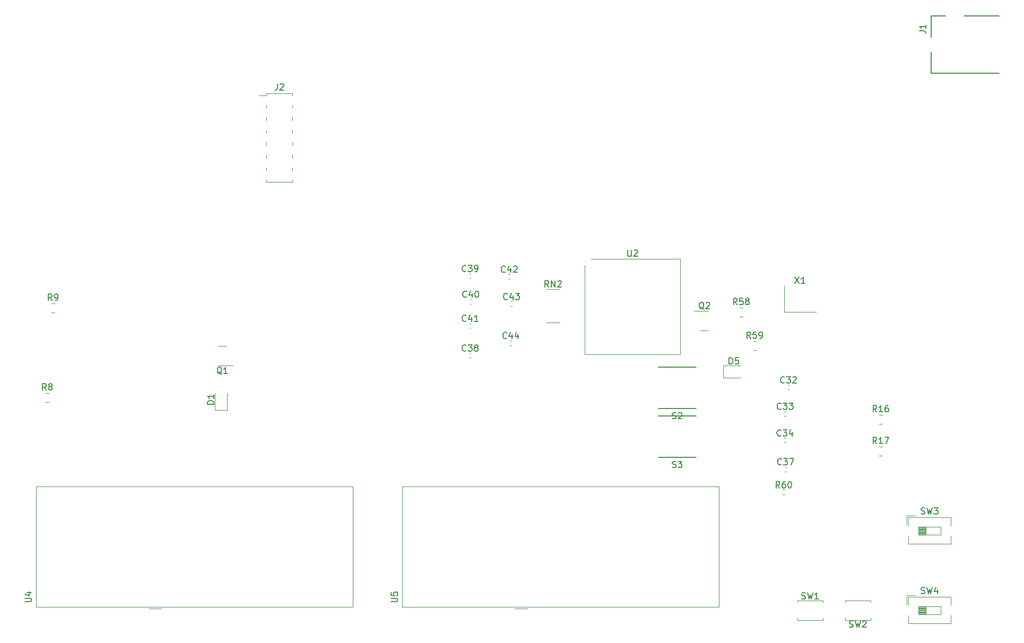
<source format=gbr>
%TF.GenerationSoftware,KiCad,Pcbnew,7.0.2*%
%TF.CreationDate,2023-07-10T01:25:34+02:00*%
%TF.ProjectId,FPGA_V2,46504741-5f56-4322-9e6b-696361645f70,rev?*%
%TF.SameCoordinates,Original*%
%TF.FileFunction,Legend,Top*%
%TF.FilePolarity,Positive*%
%FSLAX46Y46*%
G04 Gerber Fmt 4.6, Leading zero omitted, Abs format (unit mm)*
G04 Created by KiCad (PCBNEW 7.0.2) date 2023-07-10 01:25:34*
%MOMM*%
%LPD*%
G01*
G04 APERTURE LIST*
%ADD10C,0.150000*%
%ADD11C,0.120000*%
%ADD12C,0.200000*%
G04 APERTURE END LIST*
D10*
%TO.C,C38*%
X90317142Y-75407380D02*
X90269523Y-75455000D01*
X90269523Y-75455000D02*
X90126666Y-75502619D01*
X90126666Y-75502619D02*
X90031428Y-75502619D01*
X90031428Y-75502619D02*
X89888571Y-75455000D01*
X89888571Y-75455000D02*
X89793333Y-75359761D01*
X89793333Y-75359761D02*
X89745714Y-75264523D01*
X89745714Y-75264523D02*
X89698095Y-75074047D01*
X89698095Y-75074047D02*
X89698095Y-74931190D01*
X89698095Y-74931190D02*
X89745714Y-74740714D01*
X89745714Y-74740714D02*
X89793333Y-74645476D01*
X89793333Y-74645476D02*
X89888571Y-74550238D01*
X89888571Y-74550238D02*
X90031428Y-74502619D01*
X90031428Y-74502619D02*
X90126666Y-74502619D01*
X90126666Y-74502619D02*
X90269523Y-74550238D01*
X90269523Y-74550238D02*
X90317142Y-74597857D01*
X90650476Y-74502619D02*
X91269523Y-74502619D01*
X91269523Y-74502619D02*
X90936190Y-74883571D01*
X90936190Y-74883571D02*
X91079047Y-74883571D01*
X91079047Y-74883571D02*
X91174285Y-74931190D01*
X91174285Y-74931190D02*
X91221904Y-74978809D01*
X91221904Y-74978809D02*
X91269523Y-75074047D01*
X91269523Y-75074047D02*
X91269523Y-75312142D01*
X91269523Y-75312142D02*
X91221904Y-75407380D01*
X91221904Y-75407380D02*
X91174285Y-75455000D01*
X91174285Y-75455000D02*
X91079047Y-75502619D01*
X91079047Y-75502619D02*
X90793333Y-75502619D01*
X90793333Y-75502619D02*
X90698095Y-75455000D01*
X90698095Y-75455000D02*
X90650476Y-75407380D01*
X91840952Y-74931190D02*
X91745714Y-74883571D01*
X91745714Y-74883571D02*
X91698095Y-74835952D01*
X91698095Y-74835952D02*
X91650476Y-74740714D01*
X91650476Y-74740714D02*
X91650476Y-74693095D01*
X91650476Y-74693095D02*
X91698095Y-74597857D01*
X91698095Y-74597857D02*
X91745714Y-74550238D01*
X91745714Y-74550238D02*
X91840952Y-74502619D01*
X91840952Y-74502619D02*
X92031428Y-74502619D01*
X92031428Y-74502619D02*
X92126666Y-74550238D01*
X92126666Y-74550238D02*
X92174285Y-74597857D01*
X92174285Y-74597857D02*
X92221904Y-74693095D01*
X92221904Y-74693095D02*
X92221904Y-74740714D01*
X92221904Y-74740714D02*
X92174285Y-74835952D01*
X92174285Y-74835952D02*
X92126666Y-74883571D01*
X92126666Y-74883571D02*
X92031428Y-74931190D01*
X92031428Y-74931190D02*
X91840952Y-74931190D01*
X91840952Y-74931190D02*
X91745714Y-74978809D01*
X91745714Y-74978809D02*
X91698095Y-75026428D01*
X91698095Y-75026428D02*
X91650476Y-75121666D01*
X91650476Y-75121666D02*
X91650476Y-75312142D01*
X91650476Y-75312142D02*
X91698095Y-75407380D01*
X91698095Y-75407380D02*
X91745714Y-75455000D01*
X91745714Y-75455000D02*
X91840952Y-75502619D01*
X91840952Y-75502619D02*
X92031428Y-75502619D01*
X92031428Y-75502619D02*
X92126666Y-75455000D01*
X92126666Y-75455000D02*
X92174285Y-75407380D01*
X92174285Y-75407380D02*
X92221904Y-75312142D01*
X92221904Y-75312142D02*
X92221904Y-75121666D01*
X92221904Y-75121666D02*
X92174285Y-75026428D01*
X92174285Y-75026428D02*
X92126666Y-74978809D01*
X92126666Y-74978809D02*
X92031428Y-74931190D01*
%TO.C,U5*%
X78372619Y-115501904D02*
X79182142Y-115501904D01*
X79182142Y-115501904D02*
X79277380Y-115454285D01*
X79277380Y-115454285D02*
X79325000Y-115406666D01*
X79325000Y-115406666D02*
X79372619Y-115311428D01*
X79372619Y-115311428D02*
X79372619Y-115120952D01*
X79372619Y-115120952D02*
X79325000Y-115025714D01*
X79325000Y-115025714D02*
X79277380Y-114978095D01*
X79277380Y-114978095D02*
X79182142Y-114930476D01*
X79182142Y-114930476D02*
X78372619Y-114930476D01*
X78372619Y-113978095D02*
X78372619Y-114454285D01*
X78372619Y-114454285D02*
X78848809Y-114501904D01*
X78848809Y-114501904D02*
X78801190Y-114454285D01*
X78801190Y-114454285D02*
X78753571Y-114359047D01*
X78753571Y-114359047D02*
X78753571Y-114120952D01*
X78753571Y-114120952D02*
X78801190Y-114025714D01*
X78801190Y-114025714D02*
X78848809Y-113978095D01*
X78848809Y-113978095D02*
X78944047Y-113930476D01*
X78944047Y-113930476D02*
X79182142Y-113930476D01*
X79182142Y-113930476D02*
X79277380Y-113978095D01*
X79277380Y-113978095D02*
X79325000Y-114025714D01*
X79325000Y-114025714D02*
X79372619Y-114120952D01*
X79372619Y-114120952D02*
X79372619Y-114359047D01*
X79372619Y-114359047D02*
X79325000Y-114454285D01*
X79325000Y-114454285D02*
X79277380Y-114501904D01*
%TO.C,C33*%
X140580642Y-84684480D02*
X140533023Y-84732100D01*
X140533023Y-84732100D02*
X140390166Y-84779719D01*
X140390166Y-84779719D02*
X140294928Y-84779719D01*
X140294928Y-84779719D02*
X140152071Y-84732100D01*
X140152071Y-84732100D02*
X140056833Y-84636861D01*
X140056833Y-84636861D02*
X140009214Y-84541623D01*
X140009214Y-84541623D02*
X139961595Y-84351147D01*
X139961595Y-84351147D02*
X139961595Y-84208290D01*
X139961595Y-84208290D02*
X140009214Y-84017814D01*
X140009214Y-84017814D02*
X140056833Y-83922576D01*
X140056833Y-83922576D02*
X140152071Y-83827338D01*
X140152071Y-83827338D02*
X140294928Y-83779719D01*
X140294928Y-83779719D02*
X140390166Y-83779719D01*
X140390166Y-83779719D02*
X140533023Y-83827338D01*
X140533023Y-83827338D02*
X140580642Y-83874957D01*
X140913976Y-83779719D02*
X141533023Y-83779719D01*
X141533023Y-83779719D02*
X141199690Y-84160671D01*
X141199690Y-84160671D02*
X141342547Y-84160671D01*
X141342547Y-84160671D02*
X141437785Y-84208290D01*
X141437785Y-84208290D02*
X141485404Y-84255909D01*
X141485404Y-84255909D02*
X141533023Y-84351147D01*
X141533023Y-84351147D02*
X141533023Y-84589242D01*
X141533023Y-84589242D02*
X141485404Y-84684480D01*
X141485404Y-84684480D02*
X141437785Y-84732100D01*
X141437785Y-84732100D02*
X141342547Y-84779719D01*
X141342547Y-84779719D02*
X141056833Y-84779719D01*
X141056833Y-84779719D02*
X140961595Y-84732100D01*
X140961595Y-84732100D02*
X140913976Y-84684480D01*
X141866357Y-83779719D02*
X142485404Y-83779719D01*
X142485404Y-83779719D02*
X142152071Y-84160671D01*
X142152071Y-84160671D02*
X142294928Y-84160671D01*
X142294928Y-84160671D02*
X142390166Y-84208290D01*
X142390166Y-84208290D02*
X142437785Y-84255909D01*
X142437785Y-84255909D02*
X142485404Y-84351147D01*
X142485404Y-84351147D02*
X142485404Y-84589242D01*
X142485404Y-84589242D02*
X142437785Y-84684480D01*
X142437785Y-84684480D02*
X142390166Y-84732100D01*
X142390166Y-84732100D02*
X142294928Y-84779719D01*
X142294928Y-84779719D02*
X142009214Y-84779719D01*
X142009214Y-84779719D02*
X141913976Y-84732100D01*
X141913976Y-84732100D02*
X141866357Y-84684480D01*
%TO.C,RN2*%
X103499523Y-65252619D02*
X103166190Y-64776428D01*
X102928095Y-65252619D02*
X102928095Y-64252619D01*
X102928095Y-64252619D02*
X103309047Y-64252619D01*
X103309047Y-64252619D02*
X103404285Y-64300238D01*
X103404285Y-64300238D02*
X103451904Y-64347857D01*
X103451904Y-64347857D02*
X103499523Y-64443095D01*
X103499523Y-64443095D02*
X103499523Y-64585952D01*
X103499523Y-64585952D02*
X103451904Y-64681190D01*
X103451904Y-64681190D02*
X103404285Y-64728809D01*
X103404285Y-64728809D02*
X103309047Y-64776428D01*
X103309047Y-64776428D02*
X102928095Y-64776428D01*
X103928095Y-65252619D02*
X103928095Y-64252619D01*
X103928095Y-64252619D02*
X104499523Y-65252619D01*
X104499523Y-65252619D02*
X104499523Y-64252619D01*
X104928095Y-64347857D02*
X104975714Y-64300238D01*
X104975714Y-64300238D02*
X105070952Y-64252619D01*
X105070952Y-64252619D02*
X105309047Y-64252619D01*
X105309047Y-64252619D02*
X105404285Y-64300238D01*
X105404285Y-64300238D02*
X105451904Y-64347857D01*
X105451904Y-64347857D02*
X105499523Y-64443095D01*
X105499523Y-64443095D02*
X105499523Y-64538333D01*
X105499523Y-64538333D02*
X105451904Y-64681190D01*
X105451904Y-64681190D02*
X104880476Y-65252619D01*
X104880476Y-65252619D02*
X105499523Y-65252619D01*
%TO.C,C40*%
X90411142Y-66808480D02*
X90363523Y-66856100D01*
X90363523Y-66856100D02*
X90220666Y-66903719D01*
X90220666Y-66903719D02*
X90125428Y-66903719D01*
X90125428Y-66903719D02*
X89982571Y-66856100D01*
X89982571Y-66856100D02*
X89887333Y-66760861D01*
X89887333Y-66760861D02*
X89839714Y-66665623D01*
X89839714Y-66665623D02*
X89792095Y-66475147D01*
X89792095Y-66475147D02*
X89792095Y-66332290D01*
X89792095Y-66332290D02*
X89839714Y-66141814D01*
X89839714Y-66141814D02*
X89887333Y-66046576D01*
X89887333Y-66046576D02*
X89982571Y-65951338D01*
X89982571Y-65951338D02*
X90125428Y-65903719D01*
X90125428Y-65903719D02*
X90220666Y-65903719D01*
X90220666Y-65903719D02*
X90363523Y-65951338D01*
X90363523Y-65951338D02*
X90411142Y-65998957D01*
X91268285Y-66237052D02*
X91268285Y-66903719D01*
X91030190Y-65856100D02*
X90792095Y-66570385D01*
X90792095Y-66570385D02*
X91411142Y-66570385D01*
X91982571Y-65903719D02*
X92077809Y-65903719D01*
X92077809Y-65903719D02*
X92173047Y-65951338D01*
X92173047Y-65951338D02*
X92220666Y-65998957D01*
X92220666Y-65998957D02*
X92268285Y-66094195D01*
X92268285Y-66094195D02*
X92315904Y-66284671D01*
X92315904Y-66284671D02*
X92315904Y-66522766D01*
X92315904Y-66522766D02*
X92268285Y-66713242D01*
X92268285Y-66713242D02*
X92220666Y-66808480D01*
X92220666Y-66808480D02*
X92173047Y-66856100D01*
X92173047Y-66856100D02*
X92077809Y-66903719D01*
X92077809Y-66903719D02*
X91982571Y-66903719D01*
X91982571Y-66903719D02*
X91887333Y-66856100D01*
X91887333Y-66856100D02*
X91839714Y-66808480D01*
X91839714Y-66808480D02*
X91792095Y-66713242D01*
X91792095Y-66713242D02*
X91744476Y-66522766D01*
X91744476Y-66522766D02*
X91744476Y-66284671D01*
X91744476Y-66284671D02*
X91792095Y-66094195D01*
X91792095Y-66094195D02*
X91839714Y-65998957D01*
X91839714Y-65998957D02*
X91887333Y-65951338D01*
X91887333Y-65951338D02*
X91982571Y-65903719D01*
%TO.C,C39*%
X90317142Y-62707380D02*
X90269523Y-62755000D01*
X90269523Y-62755000D02*
X90126666Y-62802619D01*
X90126666Y-62802619D02*
X90031428Y-62802619D01*
X90031428Y-62802619D02*
X89888571Y-62755000D01*
X89888571Y-62755000D02*
X89793333Y-62659761D01*
X89793333Y-62659761D02*
X89745714Y-62564523D01*
X89745714Y-62564523D02*
X89698095Y-62374047D01*
X89698095Y-62374047D02*
X89698095Y-62231190D01*
X89698095Y-62231190D02*
X89745714Y-62040714D01*
X89745714Y-62040714D02*
X89793333Y-61945476D01*
X89793333Y-61945476D02*
X89888571Y-61850238D01*
X89888571Y-61850238D02*
X90031428Y-61802619D01*
X90031428Y-61802619D02*
X90126666Y-61802619D01*
X90126666Y-61802619D02*
X90269523Y-61850238D01*
X90269523Y-61850238D02*
X90317142Y-61897857D01*
X90650476Y-61802619D02*
X91269523Y-61802619D01*
X91269523Y-61802619D02*
X90936190Y-62183571D01*
X90936190Y-62183571D02*
X91079047Y-62183571D01*
X91079047Y-62183571D02*
X91174285Y-62231190D01*
X91174285Y-62231190D02*
X91221904Y-62278809D01*
X91221904Y-62278809D02*
X91269523Y-62374047D01*
X91269523Y-62374047D02*
X91269523Y-62612142D01*
X91269523Y-62612142D02*
X91221904Y-62707380D01*
X91221904Y-62707380D02*
X91174285Y-62755000D01*
X91174285Y-62755000D02*
X91079047Y-62802619D01*
X91079047Y-62802619D02*
X90793333Y-62802619D01*
X90793333Y-62802619D02*
X90698095Y-62755000D01*
X90698095Y-62755000D02*
X90650476Y-62707380D01*
X91745714Y-62802619D02*
X91936190Y-62802619D01*
X91936190Y-62802619D02*
X92031428Y-62755000D01*
X92031428Y-62755000D02*
X92079047Y-62707380D01*
X92079047Y-62707380D02*
X92174285Y-62564523D01*
X92174285Y-62564523D02*
X92221904Y-62374047D01*
X92221904Y-62374047D02*
X92221904Y-61993095D01*
X92221904Y-61993095D02*
X92174285Y-61897857D01*
X92174285Y-61897857D02*
X92126666Y-61850238D01*
X92126666Y-61850238D02*
X92031428Y-61802619D01*
X92031428Y-61802619D02*
X91840952Y-61802619D01*
X91840952Y-61802619D02*
X91745714Y-61850238D01*
X91745714Y-61850238D02*
X91698095Y-61897857D01*
X91698095Y-61897857D02*
X91650476Y-61993095D01*
X91650476Y-61993095D02*
X91650476Y-62231190D01*
X91650476Y-62231190D02*
X91698095Y-62326428D01*
X91698095Y-62326428D02*
X91745714Y-62374047D01*
X91745714Y-62374047D02*
X91840952Y-62421666D01*
X91840952Y-62421666D02*
X92031428Y-62421666D01*
X92031428Y-62421666D02*
X92126666Y-62374047D01*
X92126666Y-62374047D02*
X92174285Y-62326428D01*
X92174285Y-62326428D02*
X92221904Y-62231190D01*
%TO.C,R59*%
X135717642Y-73440319D02*
X135384309Y-72964128D01*
X135146214Y-73440319D02*
X135146214Y-72440319D01*
X135146214Y-72440319D02*
X135527166Y-72440319D01*
X135527166Y-72440319D02*
X135622404Y-72487938D01*
X135622404Y-72487938D02*
X135670023Y-72535557D01*
X135670023Y-72535557D02*
X135717642Y-72630795D01*
X135717642Y-72630795D02*
X135717642Y-72773652D01*
X135717642Y-72773652D02*
X135670023Y-72868890D01*
X135670023Y-72868890D02*
X135622404Y-72916509D01*
X135622404Y-72916509D02*
X135527166Y-72964128D01*
X135527166Y-72964128D02*
X135146214Y-72964128D01*
X136622404Y-72440319D02*
X136146214Y-72440319D01*
X136146214Y-72440319D02*
X136098595Y-72916509D01*
X136098595Y-72916509D02*
X136146214Y-72868890D01*
X136146214Y-72868890D02*
X136241452Y-72821271D01*
X136241452Y-72821271D02*
X136479547Y-72821271D01*
X136479547Y-72821271D02*
X136574785Y-72868890D01*
X136574785Y-72868890D02*
X136622404Y-72916509D01*
X136622404Y-72916509D02*
X136670023Y-73011747D01*
X136670023Y-73011747D02*
X136670023Y-73249842D01*
X136670023Y-73249842D02*
X136622404Y-73345080D01*
X136622404Y-73345080D02*
X136574785Y-73392700D01*
X136574785Y-73392700D02*
X136479547Y-73440319D01*
X136479547Y-73440319D02*
X136241452Y-73440319D01*
X136241452Y-73440319D02*
X136146214Y-73392700D01*
X136146214Y-73392700D02*
X136098595Y-73345080D01*
X137146214Y-73440319D02*
X137336690Y-73440319D01*
X137336690Y-73440319D02*
X137431928Y-73392700D01*
X137431928Y-73392700D02*
X137479547Y-73345080D01*
X137479547Y-73345080D02*
X137574785Y-73202223D01*
X137574785Y-73202223D02*
X137622404Y-73011747D01*
X137622404Y-73011747D02*
X137622404Y-72630795D01*
X137622404Y-72630795D02*
X137574785Y-72535557D01*
X137574785Y-72535557D02*
X137527166Y-72487938D01*
X137527166Y-72487938D02*
X137431928Y-72440319D01*
X137431928Y-72440319D02*
X137241452Y-72440319D01*
X137241452Y-72440319D02*
X137146214Y-72487938D01*
X137146214Y-72487938D02*
X137098595Y-72535557D01*
X137098595Y-72535557D02*
X137050976Y-72630795D01*
X137050976Y-72630795D02*
X137050976Y-72868890D01*
X137050976Y-72868890D02*
X137098595Y-72964128D01*
X137098595Y-72964128D02*
X137146214Y-73011747D01*
X137146214Y-73011747D02*
X137241452Y-73059366D01*
X137241452Y-73059366D02*
X137431928Y-73059366D01*
X137431928Y-73059366D02*
X137527166Y-73011747D01*
X137527166Y-73011747D02*
X137574785Y-72964128D01*
X137574785Y-72964128D02*
X137622404Y-72868890D01*
%TO.C,S2*%
X123243095Y-86240000D02*
X123385952Y-86287619D01*
X123385952Y-86287619D02*
X123624047Y-86287619D01*
X123624047Y-86287619D02*
X123719285Y-86240000D01*
X123719285Y-86240000D02*
X123766904Y-86192380D01*
X123766904Y-86192380D02*
X123814523Y-86097142D01*
X123814523Y-86097142D02*
X123814523Y-86001904D01*
X123814523Y-86001904D02*
X123766904Y-85906666D01*
X123766904Y-85906666D02*
X123719285Y-85859047D01*
X123719285Y-85859047D02*
X123624047Y-85811428D01*
X123624047Y-85811428D02*
X123433571Y-85763809D01*
X123433571Y-85763809D02*
X123338333Y-85716190D01*
X123338333Y-85716190D02*
X123290714Y-85668571D01*
X123290714Y-85668571D02*
X123243095Y-85573333D01*
X123243095Y-85573333D02*
X123243095Y-85478095D01*
X123243095Y-85478095D02*
X123290714Y-85382857D01*
X123290714Y-85382857D02*
X123338333Y-85335238D01*
X123338333Y-85335238D02*
X123433571Y-85287619D01*
X123433571Y-85287619D02*
X123671666Y-85287619D01*
X123671666Y-85287619D02*
X123814523Y-85335238D01*
X124195476Y-85382857D02*
X124243095Y-85335238D01*
X124243095Y-85335238D02*
X124338333Y-85287619D01*
X124338333Y-85287619D02*
X124576428Y-85287619D01*
X124576428Y-85287619D02*
X124671666Y-85335238D01*
X124671666Y-85335238D02*
X124719285Y-85382857D01*
X124719285Y-85382857D02*
X124766904Y-85478095D01*
X124766904Y-85478095D02*
X124766904Y-85573333D01*
X124766904Y-85573333D02*
X124719285Y-85716190D01*
X124719285Y-85716190D02*
X124147857Y-86287619D01*
X124147857Y-86287619D02*
X124766904Y-86287619D01*
%TO.C,C37*%
X140643742Y-93551880D02*
X140596123Y-93599500D01*
X140596123Y-93599500D02*
X140453266Y-93647119D01*
X140453266Y-93647119D02*
X140358028Y-93647119D01*
X140358028Y-93647119D02*
X140215171Y-93599500D01*
X140215171Y-93599500D02*
X140119933Y-93504261D01*
X140119933Y-93504261D02*
X140072314Y-93409023D01*
X140072314Y-93409023D02*
X140024695Y-93218547D01*
X140024695Y-93218547D02*
X140024695Y-93075690D01*
X140024695Y-93075690D02*
X140072314Y-92885214D01*
X140072314Y-92885214D02*
X140119933Y-92789976D01*
X140119933Y-92789976D02*
X140215171Y-92694738D01*
X140215171Y-92694738D02*
X140358028Y-92647119D01*
X140358028Y-92647119D02*
X140453266Y-92647119D01*
X140453266Y-92647119D02*
X140596123Y-92694738D01*
X140596123Y-92694738D02*
X140643742Y-92742357D01*
X140977076Y-92647119D02*
X141596123Y-92647119D01*
X141596123Y-92647119D02*
X141262790Y-93028071D01*
X141262790Y-93028071D02*
X141405647Y-93028071D01*
X141405647Y-93028071D02*
X141500885Y-93075690D01*
X141500885Y-93075690D02*
X141548504Y-93123309D01*
X141548504Y-93123309D02*
X141596123Y-93218547D01*
X141596123Y-93218547D02*
X141596123Y-93456642D01*
X141596123Y-93456642D02*
X141548504Y-93551880D01*
X141548504Y-93551880D02*
X141500885Y-93599500D01*
X141500885Y-93599500D02*
X141405647Y-93647119D01*
X141405647Y-93647119D02*
X141119933Y-93647119D01*
X141119933Y-93647119D02*
X141024695Y-93599500D01*
X141024695Y-93599500D02*
X140977076Y-93551880D01*
X141929457Y-92647119D02*
X142596123Y-92647119D01*
X142596123Y-92647119D02*
X142167552Y-93647119D01*
%TO.C,R9*%
X24233333Y-67392619D02*
X23900000Y-66916428D01*
X23661905Y-67392619D02*
X23661905Y-66392619D01*
X23661905Y-66392619D02*
X24042857Y-66392619D01*
X24042857Y-66392619D02*
X24138095Y-66440238D01*
X24138095Y-66440238D02*
X24185714Y-66487857D01*
X24185714Y-66487857D02*
X24233333Y-66583095D01*
X24233333Y-66583095D02*
X24233333Y-66725952D01*
X24233333Y-66725952D02*
X24185714Y-66821190D01*
X24185714Y-66821190D02*
X24138095Y-66868809D01*
X24138095Y-66868809D02*
X24042857Y-66916428D01*
X24042857Y-66916428D02*
X23661905Y-66916428D01*
X24709524Y-67392619D02*
X24900000Y-67392619D01*
X24900000Y-67392619D02*
X24995238Y-67345000D01*
X24995238Y-67345000D02*
X25042857Y-67297380D01*
X25042857Y-67297380D02*
X25138095Y-67154523D01*
X25138095Y-67154523D02*
X25185714Y-66964047D01*
X25185714Y-66964047D02*
X25185714Y-66583095D01*
X25185714Y-66583095D02*
X25138095Y-66487857D01*
X25138095Y-66487857D02*
X25090476Y-66440238D01*
X25090476Y-66440238D02*
X24995238Y-66392619D01*
X24995238Y-66392619D02*
X24804762Y-66392619D01*
X24804762Y-66392619D02*
X24709524Y-66440238D01*
X24709524Y-66440238D02*
X24661905Y-66487857D01*
X24661905Y-66487857D02*
X24614286Y-66583095D01*
X24614286Y-66583095D02*
X24614286Y-66821190D01*
X24614286Y-66821190D02*
X24661905Y-66916428D01*
X24661905Y-66916428D02*
X24709524Y-66964047D01*
X24709524Y-66964047D02*
X24804762Y-67011666D01*
X24804762Y-67011666D02*
X24995238Y-67011666D01*
X24995238Y-67011666D02*
X25090476Y-66964047D01*
X25090476Y-66964047D02*
X25138095Y-66916428D01*
X25138095Y-66916428D02*
X25185714Y-66821190D01*
%TO.C,R60*%
X140350942Y-97312519D02*
X140017609Y-96836328D01*
X139779514Y-97312519D02*
X139779514Y-96312519D01*
X139779514Y-96312519D02*
X140160466Y-96312519D01*
X140160466Y-96312519D02*
X140255704Y-96360138D01*
X140255704Y-96360138D02*
X140303323Y-96407757D01*
X140303323Y-96407757D02*
X140350942Y-96502995D01*
X140350942Y-96502995D02*
X140350942Y-96645852D01*
X140350942Y-96645852D02*
X140303323Y-96741090D01*
X140303323Y-96741090D02*
X140255704Y-96788709D01*
X140255704Y-96788709D02*
X140160466Y-96836328D01*
X140160466Y-96836328D02*
X139779514Y-96836328D01*
X141208085Y-96312519D02*
X141017609Y-96312519D01*
X141017609Y-96312519D02*
X140922371Y-96360138D01*
X140922371Y-96360138D02*
X140874752Y-96407757D01*
X140874752Y-96407757D02*
X140779514Y-96550614D01*
X140779514Y-96550614D02*
X140731895Y-96741090D01*
X140731895Y-96741090D02*
X140731895Y-97122042D01*
X140731895Y-97122042D02*
X140779514Y-97217280D01*
X140779514Y-97217280D02*
X140827133Y-97264900D01*
X140827133Y-97264900D02*
X140922371Y-97312519D01*
X140922371Y-97312519D02*
X141112847Y-97312519D01*
X141112847Y-97312519D02*
X141208085Y-97264900D01*
X141208085Y-97264900D02*
X141255704Y-97217280D01*
X141255704Y-97217280D02*
X141303323Y-97122042D01*
X141303323Y-97122042D02*
X141303323Y-96883947D01*
X141303323Y-96883947D02*
X141255704Y-96788709D01*
X141255704Y-96788709D02*
X141208085Y-96741090D01*
X141208085Y-96741090D02*
X141112847Y-96693471D01*
X141112847Y-96693471D02*
X140922371Y-96693471D01*
X140922371Y-96693471D02*
X140827133Y-96741090D01*
X140827133Y-96741090D02*
X140779514Y-96788709D01*
X140779514Y-96788709D02*
X140731895Y-96883947D01*
X141922371Y-96312519D02*
X142017609Y-96312519D01*
X142017609Y-96312519D02*
X142112847Y-96360138D01*
X142112847Y-96360138D02*
X142160466Y-96407757D01*
X142160466Y-96407757D02*
X142208085Y-96502995D01*
X142208085Y-96502995D02*
X142255704Y-96693471D01*
X142255704Y-96693471D02*
X142255704Y-96931566D01*
X142255704Y-96931566D02*
X142208085Y-97122042D01*
X142208085Y-97122042D02*
X142160466Y-97217280D01*
X142160466Y-97217280D02*
X142112847Y-97264900D01*
X142112847Y-97264900D02*
X142017609Y-97312519D01*
X142017609Y-97312519D02*
X141922371Y-97312519D01*
X141922371Y-97312519D02*
X141827133Y-97264900D01*
X141827133Y-97264900D02*
X141779514Y-97217280D01*
X141779514Y-97217280D02*
X141731895Y-97122042D01*
X141731895Y-97122042D02*
X141684276Y-96931566D01*
X141684276Y-96931566D02*
X141684276Y-96693471D01*
X141684276Y-96693471D02*
X141731895Y-96502995D01*
X141731895Y-96502995D02*
X141779514Y-96407757D01*
X141779514Y-96407757D02*
X141827133Y-96360138D01*
X141827133Y-96360138D02*
X141922371Y-96312519D01*
%TO.C,C44*%
X96785642Y-73404480D02*
X96738023Y-73452100D01*
X96738023Y-73452100D02*
X96595166Y-73499719D01*
X96595166Y-73499719D02*
X96499928Y-73499719D01*
X96499928Y-73499719D02*
X96357071Y-73452100D01*
X96357071Y-73452100D02*
X96261833Y-73356861D01*
X96261833Y-73356861D02*
X96214214Y-73261623D01*
X96214214Y-73261623D02*
X96166595Y-73071147D01*
X96166595Y-73071147D02*
X96166595Y-72928290D01*
X96166595Y-72928290D02*
X96214214Y-72737814D01*
X96214214Y-72737814D02*
X96261833Y-72642576D01*
X96261833Y-72642576D02*
X96357071Y-72547338D01*
X96357071Y-72547338D02*
X96499928Y-72499719D01*
X96499928Y-72499719D02*
X96595166Y-72499719D01*
X96595166Y-72499719D02*
X96738023Y-72547338D01*
X96738023Y-72547338D02*
X96785642Y-72594957D01*
X97642785Y-72833052D02*
X97642785Y-73499719D01*
X97404690Y-72452100D02*
X97166595Y-73166385D01*
X97166595Y-73166385D02*
X97785642Y-73166385D01*
X98595166Y-72833052D02*
X98595166Y-73499719D01*
X98357071Y-72452100D02*
X98118976Y-73166385D01*
X98118976Y-73166385D02*
X98738023Y-73166385D01*
%TO.C,SW1*%
X143886667Y-115005000D02*
X144029524Y-115052619D01*
X144029524Y-115052619D02*
X144267619Y-115052619D01*
X144267619Y-115052619D02*
X144362857Y-115005000D01*
X144362857Y-115005000D02*
X144410476Y-114957380D01*
X144410476Y-114957380D02*
X144458095Y-114862142D01*
X144458095Y-114862142D02*
X144458095Y-114766904D01*
X144458095Y-114766904D02*
X144410476Y-114671666D01*
X144410476Y-114671666D02*
X144362857Y-114624047D01*
X144362857Y-114624047D02*
X144267619Y-114576428D01*
X144267619Y-114576428D02*
X144077143Y-114528809D01*
X144077143Y-114528809D02*
X143981905Y-114481190D01*
X143981905Y-114481190D02*
X143934286Y-114433571D01*
X143934286Y-114433571D02*
X143886667Y-114338333D01*
X143886667Y-114338333D02*
X143886667Y-114243095D01*
X143886667Y-114243095D02*
X143934286Y-114147857D01*
X143934286Y-114147857D02*
X143981905Y-114100238D01*
X143981905Y-114100238D02*
X144077143Y-114052619D01*
X144077143Y-114052619D02*
X144315238Y-114052619D01*
X144315238Y-114052619D02*
X144458095Y-114100238D01*
X144791429Y-114052619D02*
X145029524Y-115052619D01*
X145029524Y-115052619D02*
X145220000Y-114338333D01*
X145220000Y-114338333D02*
X145410476Y-115052619D01*
X145410476Y-115052619D02*
X145648572Y-114052619D01*
X146553333Y-115052619D02*
X145981905Y-115052619D01*
X146267619Y-115052619D02*
X146267619Y-114052619D01*
X146267619Y-114052619D02*
X146172381Y-114195476D01*
X146172381Y-114195476D02*
X146077143Y-114290714D01*
X146077143Y-114290714D02*
X145981905Y-114338333D01*
%TO.C,Q1*%
X51324761Y-79157857D02*
X51229523Y-79110238D01*
X51229523Y-79110238D02*
X51134285Y-79015000D01*
X51134285Y-79015000D02*
X50991428Y-78872142D01*
X50991428Y-78872142D02*
X50896190Y-78824523D01*
X50896190Y-78824523D02*
X50800952Y-78824523D01*
X50848571Y-79062619D02*
X50753333Y-79015000D01*
X50753333Y-79015000D02*
X50658095Y-78919761D01*
X50658095Y-78919761D02*
X50610476Y-78729285D01*
X50610476Y-78729285D02*
X50610476Y-78395952D01*
X50610476Y-78395952D02*
X50658095Y-78205476D01*
X50658095Y-78205476D02*
X50753333Y-78110238D01*
X50753333Y-78110238D02*
X50848571Y-78062619D01*
X50848571Y-78062619D02*
X51039047Y-78062619D01*
X51039047Y-78062619D02*
X51134285Y-78110238D01*
X51134285Y-78110238D02*
X51229523Y-78205476D01*
X51229523Y-78205476D02*
X51277142Y-78395952D01*
X51277142Y-78395952D02*
X51277142Y-78729285D01*
X51277142Y-78729285D02*
X51229523Y-78919761D01*
X51229523Y-78919761D02*
X51134285Y-79015000D01*
X51134285Y-79015000D02*
X51039047Y-79062619D01*
X51039047Y-79062619D02*
X50848571Y-79062619D01*
X52229523Y-79062619D02*
X51658095Y-79062619D01*
X51943809Y-79062619D02*
X51943809Y-78062619D01*
X51943809Y-78062619D02*
X51848571Y-78205476D01*
X51848571Y-78205476D02*
X51753333Y-78300714D01*
X51753333Y-78300714D02*
X51658095Y-78348333D01*
%TO.C,C42*%
X96549242Y-62816180D02*
X96501623Y-62863800D01*
X96501623Y-62863800D02*
X96358766Y-62911419D01*
X96358766Y-62911419D02*
X96263528Y-62911419D01*
X96263528Y-62911419D02*
X96120671Y-62863800D01*
X96120671Y-62863800D02*
X96025433Y-62768561D01*
X96025433Y-62768561D02*
X95977814Y-62673323D01*
X95977814Y-62673323D02*
X95930195Y-62482847D01*
X95930195Y-62482847D02*
X95930195Y-62339990D01*
X95930195Y-62339990D02*
X95977814Y-62149514D01*
X95977814Y-62149514D02*
X96025433Y-62054276D01*
X96025433Y-62054276D02*
X96120671Y-61959038D01*
X96120671Y-61959038D02*
X96263528Y-61911419D01*
X96263528Y-61911419D02*
X96358766Y-61911419D01*
X96358766Y-61911419D02*
X96501623Y-61959038D01*
X96501623Y-61959038D02*
X96549242Y-62006657D01*
X97406385Y-62244752D02*
X97406385Y-62911419D01*
X97168290Y-61863800D02*
X96930195Y-62578085D01*
X96930195Y-62578085D02*
X97549242Y-62578085D01*
X97882576Y-62006657D02*
X97930195Y-61959038D01*
X97930195Y-61959038D02*
X98025433Y-61911419D01*
X98025433Y-61911419D02*
X98263528Y-61911419D01*
X98263528Y-61911419D02*
X98358766Y-61959038D01*
X98358766Y-61959038D02*
X98406385Y-62006657D01*
X98406385Y-62006657D02*
X98454004Y-62101895D01*
X98454004Y-62101895D02*
X98454004Y-62197133D01*
X98454004Y-62197133D02*
X98406385Y-62339990D01*
X98406385Y-62339990D02*
X97834957Y-62911419D01*
X97834957Y-62911419D02*
X98454004Y-62911419D01*
%TO.C,J1*%
X162662619Y-24403333D02*
X163376904Y-24403333D01*
X163376904Y-24403333D02*
X163519761Y-24450952D01*
X163519761Y-24450952D02*
X163615000Y-24546190D01*
X163615000Y-24546190D02*
X163662619Y-24689047D01*
X163662619Y-24689047D02*
X163662619Y-24784285D01*
X163662619Y-23403333D02*
X163662619Y-23974761D01*
X163662619Y-23689047D02*
X162662619Y-23689047D01*
X162662619Y-23689047D02*
X162805476Y-23784285D01*
X162805476Y-23784285D02*
X162900714Y-23879523D01*
X162900714Y-23879523D02*
X162948333Y-23974761D01*
%TO.C,R58*%
X133571742Y-68075719D02*
X133238409Y-67599528D01*
X133000314Y-68075719D02*
X133000314Y-67075719D01*
X133000314Y-67075719D02*
X133381266Y-67075719D01*
X133381266Y-67075719D02*
X133476504Y-67123338D01*
X133476504Y-67123338D02*
X133524123Y-67170957D01*
X133524123Y-67170957D02*
X133571742Y-67266195D01*
X133571742Y-67266195D02*
X133571742Y-67409052D01*
X133571742Y-67409052D02*
X133524123Y-67504290D01*
X133524123Y-67504290D02*
X133476504Y-67551909D01*
X133476504Y-67551909D02*
X133381266Y-67599528D01*
X133381266Y-67599528D02*
X133000314Y-67599528D01*
X134476504Y-67075719D02*
X134000314Y-67075719D01*
X134000314Y-67075719D02*
X133952695Y-67551909D01*
X133952695Y-67551909D02*
X134000314Y-67504290D01*
X134000314Y-67504290D02*
X134095552Y-67456671D01*
X134095552Y-67456671D02*
X134333647Y-67456671D01*
X134333647Y-67456671D02*
X134428885Y-67504290D01*
X134428885Y-67504290D02*
X134476504Y-67551909D01*
X134476504Y-67551909D02*
X134524123Y-67647147D01*
X134524123Y-67647147D02*
X134524123Y-67885242D01*
X134524123Y-67885242D02*
X134476504Y-67980480D01*
X134476504Y-67980480D02*
X134428885Y-68028100D01*
X134428885Y-68028100D02*
X134333647Y-68075719D01*
X134333647Y-68075719D02*
X134095552Y-68075719D01*
X134095552Y-68075719D02*
X134000314Y-68028100D01*
X134000314Y-68028100D02*
X133952695Y-67980480D01*
X135095552Y-67504290D02*
X135000314Y-67456671D01*
X135000314Y-67456671D02*
X134952695Y-67409052D01*
X134952695Y-67409052D02*
X134905076Y-67313814D01*
X134905076Y-67313814D02*
X134905076Y-67266195D01*
X134905076Y-67266195D02*
X134952695Y-67170957D01*
X134952695Y-67170957D02*
X135000314Y-67123338D01*
X135000314Y-67123338D02*
X135095552Y-67075719D01*
X135095552Y-67075719D02*
X135286028Y-67075719D01*
X135286028Y-67075719D02*
X135381266Y-67123338D01*
X135381266Y-67123338D02*
X135428885Y-67170957D01*
X135428885Y-67170957D02*
X135476504Y-67266195D01*
X135476504Y-67266195D02*
X135476504Y-67313814D01*
X135476504Y-67313814D02*
X135428885Y-67409052D01*
X135428885Y-67409052D02*
X135381266Y-67456671D01*
X135381266Y-67456671D02*
X135286028Y-67504290D01*
X135286028Y-67504290D02*
X135095552Y-67504290D01*
X135095552Y-67504290D02*
X135000314Y-67551909D01*
X135000314Y-67551909D02*
X134952695Y-67599528D01*
X134952695Y-67599528D02*
X134905076Y-67694766D01*
X134905076Y-67694766D02*
X134905076Y-67885242D01*
X134905076Y-67885242D02*
X134952695Y-67980480D01*
X134952695Y-67980480D02*
X135000314Y-68028100D01*
X135000314Y-68028100D02*
X135095552Y-68075719D01*
X135095552Y-68075719D02*
X135286028Y-68075719D01*
X135286028Y-68075719D02*
X135381266Y-68028100D01*
X135381266Y-68028100D02*
X135428885Y-67980480D01*
X135428885Y-67980480D02*
X135476504Y-67885242D01*
X135476504Y-67885242D02*
X135476504Y-67694766D01*
X135476504Y-67694766D02*
X135428885Y-67599528D01*
X135428885Y-67599528D02*
X135381266Y-67551909D01*
X135381266Y-67551909D02*
X135286028Y-67504290D01*
%TO.C,SW3*%
X162941667Y-101445000D02*
X163084524Y-101492619D01*
X163084524Y-101492619D02*
X163322619Y-101492619D01*
X163322619Y-101492619D02*
X163417857Y-101445000D01*
X163417857Y-101445000D02*
X163465476Y-101397380D01*
X163465476Y-101397380D02*
X163513095Y-101302142D01*
X163513095Y-101302142D02*
X163513095Y-101206904D01*
X163513095Y-101206904D02*
X163465476Y-101111666D01*
X163465476Y-101111666D02*
X163417857Y-101064047D01*
X163417857Y-101064047D02*
X163322619Y-101016428D01*
X163322619Y-101016428D02*
X163132143Y-100968809D01*
X163132143Y-100968809D02*
X163036905Y-100921190D01*
X163036905Y-100921190D02*
X162989286Y-100873571D01*
X162989286Y-100873571D02*
X162941667Y-100778333D01*
X162941667Y-100778333D02*
X162941667Y-100683095D01*
X162941667Y-100683095D02*
X162989286Y-100587857D01*
X162989286Y-100587857D02*
X163036905Y-100540238D01*
X163036905Y-100540238D02*
X163132143Y-100492619D01*
X163132143Y-100492619D02*
X163370238Y-100492619D01*
X163370238Y-100492619D02*
X163513095Y-100540238D01*
X163846429Y-100492619D02*
X164084524Y-101492619D01*
X164084524Y-101492619D02*
X164275000Y-100778333D01*
X164275000Y-100778333D02*
X164465476Y-101492619D01*
X164465476Y-101492619D02*
X164703572Y-100492619D01*
X164989286Y-100492619D02*
X165608333Y-100492619D01*
X165608333Y-100492619D02*
X165275000Y-100873571D01*
X165275000Y-100873571D02*
X165417857Y-100873571D01*
X165417857Y-100873571D02*
X165513095Y-100921190D01*
X165513095Y-100921190D02*
X165560714Y-100968809D01*
X165560714Y-100968809D02*
X165608333Y-101064047D01*
X165608333Y-101064047D02*
X165608333Y-101302142D01*
X165608333Y-101302142D02*
X165560714Y-101397380D01*
X165560714Y-101397380D02*
X165513095Y-101445000D01*
X165513095Y-101445000D02*
X165417857Y-101492619D01*
X165417857Y-101492619D02*
X165132143Y-101492619D01*
X165132143Y-101492619D02*
X165036905Y-101445000D01*
X165036905Y-101445000D02*
X164989286Y-101397380D01*
%TO.C,S3*%
X123243095Y-94040000D02*
X123385952Y-94087619D01*
X123385952Y-94087619D02*
X123624047Y-94087619D01*
X123624047Y-94087619D02*
X123719285Y-94040000D01*
X123719285Y-94040000D02*
X123766904Y-93992380D01*
X123766904Y-93992380D02*
X123814523Y-93897142D01*
X123814523Y-93897142D02*
X123814523Y-93801904D01*
X123814523Y-93801904D02*
X123766904Y-93706666D01*
X123766904Y-93706666D02*
X123719285Y-93659047D01*
X123719285Y-93659047D02*
X123624047Y-93611428D01*
X123624047Y-93611428D02*
X123433571Y-93563809D01*
X123433571Y-93563809D02*
X123338333Y-93516190D01*
X123338333Y-93516190D02*
X123290714Y-93468571D01*
X123290714Y-93468571D02*
X123243095Y-93373333D01*
X123243095Y-93373333D02*
X123243095Y-93278095D01*
X123243095Y-93278095D02*
X123290714Y-93182857D01*
X123290714Y-93182857D02*
X123338333Y-93135238D01*
X123338333Y-93135238D02*
X123433571Y-93087619D01*
X123433571Y-93087619D02*
X123671666Y-93087619D01*
X123671666Y-93087619D02*
X123814523Y-93135238D01*
X124147857Y-93087619D02*
X124766904Y-93087619D01*
X124766904Y-93087619D02*
X124433571Y-93468571D01*
X124433571Y-93468571D02*
X124576428Y-93468571D01*
X124576428Y-93468571D02*
X124671666Y-93516190D01*
X124671666Y-93516190D02*
X124719285Y-93563809D01*
X124719285Y-93563809D02*
X124766904Y-93659047D01*
X124766904Y-93659047D02*
X124766904Y-93897142D01*
X124766904Y-93897142D02*
X124719285Y-93992380D01*
X124719285Y-93992380D02*
X124671666Y-94040000D01*
X124671666Y-94040000D02*
X124576428Y-94087619D01*
X124576428Y-94087619D02*
X124290714Y-94087619D01*
X124290714Y-94087619D02*
X124195476Y-94040000D01*
X124195476Y-94040000D02*
X124147857Y-93992380D01*
%TO.C,R16*%
X155837142Y-85172619D02*
X155503809Y-84696428D01*
X155265714Y-85172619D02*
X155265714Y-84172619D01*
X155265714Y-84172619D02*
X155646666Y-84172619D01*
X155646666Y-84172619D02*
X155741904Y-84220238D01*
X155741904Y-84220238D02*
X155789523Y-84267857D01*
X155789523Y-84267857D02*
X155837142Y-84363095D01*
X155837142Y-84363095D02*
X155837142Y-84505952D01*
X155837142Y-84505952D02*
X155789523Y-84601190D01*
X155789523Y-84601190D02*
X155741904Y-84648809D01*
X155741904Y-84648809D02*
X155646666Y-84696428D01*
X155646666Y-84696428D02*
X155265714Y-84696428D01*
X156789523Y-85172619D02*
X156218095Y-85172619D01*
X156503809Y-85172619D02*
X156503809Y-84172619D01*
X156503809Y-84172619D02*
X156408571Y-84315476D01*
X156408571Y-84315476D02*
X156313333Y-84410714D01*
X156313333Y-84410714D02*
X156218095Y-84458333D01*
X157646666Y-84172619D02*
X157456190Y-84172619D01*
X157456190Y-84172619D02*
X157360952Y-84220238D01*
X157360952Y-84220238D02*
X157313333Y-84267857D01*
X157313333Y-84267857D02*
X157218095Y-84410714D01*
X157218095Y-84410714D02*
X157170476Y-84601190D01*
X157170476Y-84601190D02*
X157170476Y-84982142D01*
X157170476Y-84982142D02*
X157218095Y-85077380D01*
X157218095Y-85077380D02*
X157265714Y-85125000D01*
X157265714Y-85125000D02*
X157360952Y-85172619D01*
X157360952Y-85172619D02*
X157551428Y-85172619D01*
X157551428Y-85172619D02*
X157646666Y-85125000D01*
X157646666Y-85125000D02*
X157694285Y-85077380D01*
X157694285Y-85077380D02*
X157741904Y-84982142D01*
X157741904Y-84982142D02*
X157741904Y-84744047D01*
X157741904Y-84744047D02*
X157694285Y-84648809D01*
X157694285Y-84648809D02*
X157646666Y-84601190D01*
X157646666Y-84601190D02*
X157551428Y-84553571D01*
X157551428Y-84553571D02*
X157360952Y-84553571D01*
X157360952Y-84553571D02*
X157265714Y-84601190D01*
X157265714Y-84601190D02*
X157218095Y-84648809D01*
X157218095Y-84648809D02*
X157170476Y-84744047D01*
%TO.C,SW4*%
X162941667Y-114145000D02*
X163084524Y-114192619D01*
X163084524Y-114192619D02*
X163322619Y-114192619D01*
X163322619Y-114192619D02*
X163417857Y-114145000D01*
X163417857Y-114145000D02*
X163465476Y-114097380D01*
X163465476Y-114097380D02*
X163513095Y-114002142D01*
X163513095Y-114002142D02*
X163513095Y-113906904D01*
X163513095Y-113906904D02*
X163465476Y-113811666D01*
X163465476Y-113811666D02*
X163417857Y-113764047D01*
X163417857Y-113764047D02*
X163322619Y-113716428D01*
X163322619Y-113716428D02*
X163132143Y-113668809D01*
X163132143Y-113668809D02*
X163036905Y-113621190D01*
X163036905Y-113621190D02*
X162989286Y-113573571D01*
X162989286Y-113573571D02*
X162941667Y-113478333D01*
X162941667Y-113478333D02*
X162941667Y-113383095D01*
X162941667Y-113383095D02*
X162989286Y-113287857D01*
X162989286Y-113287857D02*
X163036905Y-113240238D01*
X163036905Y-113240238D02*
X163132143Y-113192619D01*
X163132143Y-113192619D02*
X163370238Y-113192619D01*
X163370238Y-113192619D02*
X163513095Y-113240238D01*
X163846429Y-113192619D02*
X164084524Y-114192619D01*
X164084524Y-114192619D02*
X164275000Y-113478333D01*
X164275000Y-113478333D02*
X164465476Y-114192619D01*
X164465476Y-114192619D02*
X164703572Y-113192619D01*
X165513095Y-113525952D02*
X165513095Y-114192619D01*
X165275000Y-113145000D02*
X165036905Y-113859285D01*
X165036905Y-113859285D02*
X165655952Y-113859285D01*
%TO.C,R17*%
X155837142Y-90252619D02*
X155503809Y-89776428D01*
X155265714Y-90252619D02*
X155265714Y-89252619D01*
X155265714Y-89252619D02*
X155646666Y-89252619D01*
X155646666Y-89252619D02*
X155741904Y-89300238D01*
X155741904Y-89300238D02*
X155789523Y-89347857D01*
X155789523Y-89347857D02*
X155837142Y-89443095D01*
X155837142Y-89443095D02*
X155837142Y-89585952D01*
X155837142Y-89585952D02*
X155789523Y-89681190D01*
X155789523Y-89681190D02*
X155741904Y-89728809D01*
X155741904Y-89728809D02*
X155646666Y-89776428D01*
X155646666Y-89776428D02*
X155265714Y-89776428D01*
X156789523Y-90252619D02*
X156218095Y-90252619D01*
X156503809Y-90252619D02*
X156503809Y-89252619D01*
X156503809Y-89252619D02*
X156408571Y-89395476D01*
X156408571Y-89395476D02*
X156313333Y-89490714D01*
X156313333Y-89490714D02*
X156218095Y-89538333D01*
X157122857Y-89252619D02*
X157789523Y-89252619D01*
X157789523Y-89252619D02*
X157360952Y-90252619D01*
%TO.C,U4*%
X19952619Y-115501904D02*
X20762142Y-115501904D01*
X20762142Y-115501904D02*
X20857380Y-115454285D01*
X20857380Y-115454285D02*
X20905000Y-115406666D01*
X20905000Y-115406666D02*
X20952619Y-115311428D01*
X20952619Y-115311428D02*
X20952619Y-115120952D01*
X20952619Y-115120952D02*
X20905000Y-115025714D01*
X20905000Y-115025714D02*
X20857380Y-114978095D01*
X20857380Y-114978095D02*
X20762142Y-114930476D01*
X20762142Y-114930476D02*
X19952619Y-114930476D01*
X20285952Y-114025714D02*
X20952619Y-114025714D01*
X19905000Y-114263809D02*
X20619285Y-114501904D01*
X20619285Y-114501904D02*
X20619285Y-113882857D01*
%TO.C,SW2*%
X151506667Y-119505000D02*
X151649524Y-119552619D01*
X151649524Y-119552619D02*
X151887619Y-119552619D01*
X151887619Y-119552619D02*
X151982857Y-119505000D01*
X151982857Y-119505000D02*
X152030476Y-119457380D01*
X152030476Y-119457380D02*
X152078095Y-119362142D01*
X152078095Y-119362142D02*
X152078095Y-119266904D01*
X152078095Y-119266904D02*
X152030476Y-119171666D01*
X152030476Y-119171666D02*
X151982857Y-119124047D01*
X151982857Y-119124047D02*
X151887619Y-119076428D01*
X151887619Y-119076428D02*
X151697143Y-119028809D01*
X151697143Y-119028809D02*
X151601905Y-118981190D01*
X151601905Y-118981190D02*
X151554286Y-118933571D01*
X151554286Y-118933571D02*
X151506667Y-118838333D01*
X151506667Y-118838333D02*
X151506667Y-118743095D01*
X151506667Y-118743095D02*
X151554286Y-118647857D01*
X151554286Y-118647857D02*
X151601905Y-118600238D01*
X151601905Y-118600238D02*
X151697143Y-118552619D01*
X151697143Y-118552619D02*
X151935238Y-118552619D01*
X151935238Y-118552619D02*
X152078095Y-118600238D01*
X152411429Y-118552619D02*
X152649524Y-119552619D01*
X152649524Y-119552619D02*
X152840000Y-118838333D01*
X152840000Y-118838333D02*
X153030476Y-119552619D01*
X153030476Y-119552619D02*
X153268572Y-118552619D01*
X153601905Y-118647857D02*
X153649524Y-118600238D01*
X153649524Y-118600238D02*
X153744762Y-118552619D01*
X153744762Y-118552619D02*
X153982857Y-118552619D01*
X153982857Y-118552619D02*
X154078095Y-118600238D01*
X154078095Y-118600238D02*
X154125714Y-118647857D01*
X154125714Y-118647857D02*
X154173333Y-118743095D01*
X154173333Y-118743095D02*
X154173333Y-118838333D01*
X154173333Y-118838333D02*
X154125714Y-118981190D01*
X154125714Y-118981190D02*
X153554286Y-119552619D01*
X153554286Y-119552619D02*
X154173333Y-119552619D01*
%TO.C,C41*%
X90317142Y-70647380D02*
X90269523Y-70695000D01*
X90269523Y-70695000D02*
X90126666Y-70742619D01*
X90126666Y-70742619D02*
X90031428Y-70742619D01*
X90031428Y-70742619D02*
X89888571Y-70695000D01*
X89888571Y-70695000D02*
X89793333Y-70599761D01*
X89793333Y-70599761D02*
X89745714Y-70504523D01*
X89745714Y-70504523D02*
X89698095Y-70314047D01*
X89698095Y-70314047D02*
X89698095Y-70171190D01*
X89698095Y-70171190D02*
X89745714Y-69980714D01*
X89745714Y-69980714D02*
X89793333Y-69885476D01*
X89793333Y-69885476D02*
X89888571Y-69790238D01*
X89888571Y-69790238D02*
X90031428Y-69742619D01*
X90031428Y-69742619D02*
X90126666Y-69742619D01*
X90126666Y-69742619D02*
X90269523Y-69790238D01*
X90269523Y-69790238D02*
X90317142Y-69837857D01*
X91174285Y-70075952D02*
X91174285Y-70742619D01*
X90936190Y-69695000D02*
X90698095Y-70409285D01*
X90698095Y-70409285D02*
X91317142Y-70409285D01*
X92221904Y-70742619D02*
X91650476Y-70742619D01*
X91936190Y-70742619D02*
X91936190Y-69742619D01*
X91936190Y-69742619D02*
X91840952Y-69885476D01*
X91840952Y-69885476D02*
X91745714Y-69980714D01*
X91745714Y-69980714D02*
X91650476Y-70028333D01*
%TO.C,C32*%
X141117142Y-80487380D02*
X141069523Y-80535000D01*
X141069523Y-80535000D02*
X140926666Y-80582619D01*
X140926666Y-80582619D02*
X140831428Y-80582619D01*
X140831428Y-80582619D02*
X140688571Y-80535000D01*
X140688571Y-80535000D02*
X140593333Y-80439761D01*
X140593333Y-80439761D02*
X140545714Y-80344523D01*
X140545714Y-80344523D02*
X140498095Y-80154047D01*
X140498095Y-80154047D02*
X140498095Y-80011190D01*
X140498095Y-80011190D02*
X140545714Y-79820714D01*
X140545714Y-79820714D02*
X140593333Y-79725476D01*
X140593333Y-79725476D02*
X140688571Y-79630238D01*
X140688571Y-79630238D02*
X140831428Y-79582619D01*
X140831428Y-79582619D02*
X140926666Y-79582619D01*
X140926666Y-79582619D02*
X141069523Y-79630238D01*
X141069523Y-79630238D02*
X141117142Y-79677857D01*
X141450476Y-79582619D02*
X142069523Y-79582619D01*
X142069523Y-79582619D02*
X141736190Y-79963571D01*
X141736190Y-79963571D02*
X141879047Y-79963571D01*
X141879047Y-79963571D02*
X141974285Y-80011190D01*
X141974285Y-80011190D02*
X142021904Y-80058809D01*
X142021904Y-80058809D02*
X142069523Y-80154047D01*
X142069523Y-80154047D02*
X142069523Y-80392142D01*
X142069523Y-80392142D02*
X142021904Y-80487380D01*
X142021904Y-80487380D02*
X141974285Y-80535000D01*
X141974285Y-80535000D02*
X141879047Y-80582619D01*
X141879047Y-80582619D02*
X141593333Y-80582619D01*
X141593333Y-80582619D02*
X141498095Y-80535000D01*
X141498095Y-80535000D02*
X141450476Y-80487380D01*
X142450476Y-79677857D02*
X142498095Y-79630238D01*
X142498095Y-79630238D02*
X142593333Y-79582619D01*
X142593333Y-79582619D02*
X142831428Y-79582619D01*
X142831428Y-79582619D02*
X142926666Y-79630238D01*
X142926666Y-79630238D02*
X142974285Y-79677857D01*
X142974285Y-79677857D02*
X143021904Y-79773095D01*
X143021904Y-79773095D02*
X143021904Y-79868333D01*
X143021904Y-79868333D02*
X142974285Y-80011190D01*
X142974285Y-80011190D02*
X142402857Y-80582619D01*
X142402857Y-80582619D02*
X143021904Y-80582619D01*
%TO.C,Q2*%
X128254761Y-68787857D02*
X128159523Y-68740238D01*
X128159523Y-68740238D02*
X128064285Y-68645000D01*
X128064285Y-68645000D02*
X127921428Y-68502142D01*
X127921428Y-68502142D02*
X127826190Y-68454523D01*
X127826190Y-68454523D02*
X127730952Y-68454523D01*
X127778571Y-68692619D02*
X127683333Y-68645000D01*
X127683333Y-68645000D02*
X127588095Y-68549761D01*
X127588095Y-68549761D02*
X127540476Y-68359285D01*
X127540476Y-68359285D02*
X127540476Y-68025952D01*
X127540476Y-68025952D02*
X127588095Y-67835476D01*
X127588095Y-67835476D02*
X127683333Y-67740238D01*
X127683333Y-67740238D02*
X127778571Y-67692619D01*
X127778571Y-67692619D02*
X127969047Y-67692619D01*
X127969047Y-67692619D02*
X128064285Y-67740238D01*
X128064285Y-67740238D02*
X128159523Y-67835476D01*
X128159523Y-67835476D02*
X128207142Y-68025952D01*
X128207142Y-68025952D02*
X128207142Y-68359285D01*
X128207142Y-68359285D02*
X128159523Y-68549761D01*
X128159523Y-68549761D02*
X128064285Y-68645000D01*
X128064285Y-68645000D02*
X127969047Y-68692619D01*
X127969047Y-68692619D02*
X127778571Y-68692619D01*
X128588095Y-67787857D02*
X128635714Y-67740238D01*
X128635714Y-67740238D02*
X128730952Y-67692619D01*
X128730952Y-67692619D02*
X128969047Y-67692619D01*
X128969047Y-67692619D02*
X129064285Y-67740238D01*
X129064285Y-67740238D02*
X129111904Y-67787857D01*
X129111904Y-67787857D02*
X129159523Y-67883095D01*
X129159523Y-67883095D02*
X129159523Y-67978333D01*
X129159523Y-67978333D02*
X129111904Y-68121190D01*
X129111904Y-68121190D02*
X128540476Y-68692619D01*
X128540476Y-68692619D02*
X129159523Y-68692619D01*
%TO.C,C43*%
X96911842Y-67156280D02*
X96864223Y-67203900D01*
X96864223Y-67203900D02*
X96721366Y-67251519D01*
X96721366Y-67251519D02*
X96626128Y-67251519D01*
X96626128Y-67251519D02*
X96483271Y-67203900D01*
X96483271Y-67203900D02*
X96388033Y-67108661D01*
X96388033Y-67108661D02*
X96340414Y-67013423D01*
X96340414Y-67013423D02*
X96292795Y-66822947D01*
X96292795Y-66822947D02*
X96292795Y-66680090D01*
X96292795Y-66680090D02*
X96340414Y-66489614D01*
X96340414Y-66489614D02*
X96388033Y-66394376D01*
X96388033Y-66394376D02*
X96483271Y-66299138D01*
X96483271Y-66299138D02*
X96626128Y-66251519D01*
X96626128Y-66251519D02*
X96721366Y-66251519D01*
X96721366Y-66251519D02*
X96864223Y-66299138D01*
X96864223Y-66299138D02*
X96911842Y-66346757D01*
X97768985Y-66584852D02*
X97768985Y-67251519D01*
X97530890Y-66203900D02*
X97292795Y-66918185D01*
X97292795Y-66918185D02*
X97911842Y-66918185D01*
X98197557Y-66251519D02*
X98816604Y-66251519D01*
X98816604Y-66251519D02*
X98483271Y-66632471D01*
X98483271Y-66632471D02*
X98626128Y-66632471D01*
X98626128Y-66632471D02*
X98721366Y-66680090D01*
X98721366Y-66680090D02*
X98768985Y-66727709D01*
X98768985Y-66727709D02*
X98816604Y-66822947D01*
X98816604Y-66822947D02*
X98816604Y-67061042D01*
X98816604Y-67061042D02*
X98768985Y-67156280D01*
X98768985Y-67156280D02*
X98721366Y-67203900D01*
X98721366Y-67203900D02*
X98626128Y-67251519D01*
X98626128Y-67251519D02*
X98340414Y-67251519D01*
X98340414Y-67251519D02*
X98245176Y-67203900D01*
X98245176Y-67203900D02*
X98197557Y-67156280D01*
%TO.C,U2*%
X116118095Y-59362619D02*
X116118095Y-60172142D01*
X116118095Y-60172142D02*
X116165714Y-60267380D01*
X116165714Y-60267380D02*
X116213333Y-60315000D01*
X116213333Y-60315000D02*
X116308571Y-60362619D01*
X116308571Y-60362619D02*
X116499047Y-60362619D01*
X116499047Y-60362619D02*
X116594285Y-60315000D01*
X116594285Y-60315000D02*
X116641904Y-60267380D01*
X116641904Y-60267380D02*
X116689523Y-60172142D01*
X116689523Y-60172142D02*
X116689523Y-59362619D01*
X117118095Y-59457857D02*
X117165714Y-59410238D01*
X117165714Y-59410238D02*
X117260952Y-59362619D01*
X117260952Y-59362619D02*
X117499047Y-59362619D01*
X117499047Y-59362619D02*
X117594285Y-59410238D01*
X117594285Y-59410238D02*
X117641904Y-59457857D01*
X117641904Y-59457857D02*
X117689523Y-59553095D01*
X117689523Y-59553095D02*
X117689523Y-59648333D01*
X117689523Y-59648333D02*
X117641904Y-59791190D01*
X117641904Y-59791190D02*
X117070476Y-60362619D01*
X117070476Y-60362619D02*
X117689523Y-60362619D01*
%TO.C,J2*%
X60196666Y-32822619D02*
X60196666Y-33536904D01*
X60196666Y-33536904D02*
X60149047Y-33679761D01*
X60149047Y-33679761D02*
X60053809Y-33775000D01*
X60053809Y-33775000D02*
X59910952Y-33822619D01*
X59910952Y-33822619D02*
X59815714Y-33822619D01*
X60625238Y-32917857D02*
X60672857Y-32870238D01*
X60672857Y-32870238D02*
X60768095Y-32822619D01*
X60768095Y-32822619D02*
X61006190Y-32822619D01*
X61006190Y-32822619D02*
X61101428Y-32870238D01*
X61101428Y-32870238D02*
X61149047Y-32917857D01*
X61149047Y-32917857D02*
X61196666Y-33013095D01*
X61196666Y-33013095D02*
X61196666Y-33108333D01*
X61196666Y-33108333D02*
X61149047Y-33251190D01*
X61149047Y-33251190D02*
X60577619Y-33822619D01*
X60577619Y-33822619D02*
X61196666Y-33822619D01*
%TO.C,R8*%
X23313333Y-81702619D02*
X22980000Y-81226428D01*
X22741905Y-81702619D02*
X22741905Y-80702619D01*
X22741905Y-80702619D02*
X23122857Y-80702619D01*
X23122857Y-80702619D02*
X23218095Y-80750238D01*
X23218095Y-80750238D02*
X23265714Y-80797857D01*
X23265714Y-80797857D02*
X23313333Y-80893095D01*
X23313333Y-80893095D02*
X23313333Y-81035952D01*
X23313333Y-81035952D02*
X23265714Y-81131190D01*
X23265714Y-81131190D02*
X23218095Y-81178809D01*
X23218095Y-81178809D02*
X23122857Y-81226428D01*
X23122857Y-81226428D02*
X22741905Y-81226428D01*
X23884762Y-81131190D02*
X23789524Y-81083571D01*
X23789524Y-81083571D02*
X23741905Y-81035952D01*
X23741905Y-81035952D02*
X23694286Y-80940714D01*
X23694286Y-80940714D02*
X23694286Y-80893095D01*
X23694286Y-80893095D02*
X23741905Y-80797857D01*
X23741905Y-80797857D02*
X23789524Y-80750238D01*
X23789524Y-80750238D02*
X23884762Y-80702619D01*
X23884762Y-80702619D02*
X24075238Y-80702619D01*
X24075238Y-80702619D02*
X24170476Y-80750238D01*
X24170476Y-80750238D02*
X24218095Y-80797857D01*
X24218095Y-80797857D02*
X24265714Y-80893095D01*
X24265714Y-80893095D02*
X24265714Y-80940714D01*
X24265714Y-80940714D02*
X24218095Y-81035952D01*
X24218095Y-81035952D02*
X24170476Y-81083571D01*
X24170476Y-81083571D02*
X24075238Y-81131190D01*
X24075238Y-81131190D02*
X23884762Y-81131190D01*
X23884762Y-81131190D02*
X23789524Y-81178809D01*
X23789524Y-81178809D02*
X23741905Y-81226428D01*
X23741905Y-81226428D02*
X23694286Y-81321666D01*
X23694286Y-81321666D02*
X23694286Y-81512142D01*
X23694286Y-81512142D02*
X23741905Y-81607380D01*
X23741905Y-81607380D02*
X23789524Y-81655000D01*
X23789524Y-81655000D02*
X23884762Y-81702619D01*
X23884762Y-81702619D02*
X24075238Y-81702619D01*
X24075238Y-81702619D02*
X24170476Y-81655000D01*
X24170476Y-81655000D02*
X24218095Y-81607380D01*
X24218095Y-81607380D02*
X24265714Y-81512142D01*
X24265714Y-81512142D02*
X24265714Y-81321666D01*
X24265714Y-81321666D02*
X24218095Y-81226428D01*
X24218095Y-81226428D02*
X24170476Y-81178809D01*
X24170476Y-81178809D02*
X24075238Y-81131190D01*
%TO.C,X1*%
X142805476Y-63677619D02*
X143472142Y-64677619D01*
X143472142Y-63677619D02*
X142805476Y-64677619D01*
X144376904Y-64677619D02*
X143805476Y-64677619D01*
X144091190Y-64677619D02*
X144091190Y-63677619D01*
X144091190Y-63677619D02*
X143995952Y-63820476D01*
X143995952Y-63820476D02*
X143900714Y-63915714D01*
X143900714Y-63915714D02*
X143805476Y-63963333D01*
%TO.C,D5*%
X132301905Y-77552619D02*
X132301905Y-76552619D01*
X132301905Y-76552619D02*
X132540000Y-76552619D01*
X132540000Y-76552619D02*
X132682857Y-76600238D01*
X132682857Y-76600238D02*
X132778095Y-76695476D01*
X132778095Y-76695476D02*
X132825714Y-76790714D01*
X132825714Y-76790714D02*
X132873333Y-76981190D01*
X132873333Y-76981190D02*
X132873333Y-77124047D01*
X132873333Y-77124047D02*
X132825714Y-77314523D01*
X132825714Y-77314523D02*
X132778095Y-77409761D01*
X132778095Y-77409761D02*
X132682857Y-77505000D01*
X132682857Y-77505000D02*
X132540000Y-77552619D01*
X132540000Y-77552619D02*
X132301905Y-77552619D01*
X133778095Y-76552619D02*
X133301905Y-76552619D01*
X133301905Y-76552619D02*
X133254286Y-77028809D01*
X133254286Y-77028809D02*
X133301905Y-76981190D01*
X133301905Y-76981190D02*
X133397143Y-76933571D01*
X133397143Y-76933571D02*
X133635238Y-76933571D01*
X133635238Y-76933571D02*
X133730476Y-76981190D01*
X133730476Y-76981190D02*
X133778095Y-77028809D01*
X133778095Y-77028809D02*
X133825714Y-77124047D01*
X133825714Y-77124047D02*
X133825714Y-77362142D01*
X133825714Y-77362142D02*
X133778095Y-77457380D01*
X133778095Y-77457380D02*
X133730476Y-77505000D01*
X133730476Y-77505000D02*
X133635238Y-77552619D01*
X133635238Y-77552619D02*
X133397143Y-77552619D01*
X133397143Y-77552619D02*
X133301905Y-77505000D01*
X133301905Y-77505000D02*
X133254286Y-77457380D01*
%TO.C,D1*%
X50032619Y-83963094D02*
X49032619Y-83963094D01*
X49032619Y-83963094D02*
X49032619Y-83724999D01*
X49032619Y-83724999D02*
X49080238Y-83582142D01*
X49080238Y-83582142D02*
X49175476Y-83486904D01*
X49175476Y-83486904D02*
X49270714Y-83439285D01*
X49270714Y-83439285D02*
X49461190Y-83391666D01*
X49461190Y-83391666D02*
X49604047Y-83391666D01*
X49604047Y-83391666D02*
X49794523Y-83439285D01*
X49794523Y-83439285D02*
X49889761Y-83486904D01*
X49889761Y-83486904D02*
X49985000Y-83582142D01*
X49985000Y-83582142D02*
X50032619Y-83724999D01*
X50032619Y-83724999D02*
X50032619Y-83963094D01*
X50032619Y-82439285D02*
X50032619Y-83010713D01*
X50032619Y-82724999D02*
X49032619Y-82724999D01*
X49032619Y-82724999D02*
X49175476Y-82820237D01*
X49175476Y-82820237D02*
X49270714Y-82915475D01*
X49270714Y-82915475D02*
X49318333Y-83010713D01*
%TO.C,C34*%
X140549142Y-88944580D02*
X140501523Y-88992200D01*
X140501523Y-88992200D02*
X140358666Y-89039819D01*
X140358666Y-89039819D02*
X140263428Y-89039819D01*
X140263428Y-89039819D02*
X140120571Y-88992200D01*
X140120571Y-88992200D02*
X140025333Y-88896961D01*
X140025333Y-88896961D02*
X139977714Y-88801723D01*
X139977714Y-88801723D02*
X139930095Y-88611247D01*
X139930095Y-88611247D02*
X139930095Y-88468390D01*
X139930095Y-88468390D02*
X139977714Y-88277914D01*
X139977714Y-88277914D02*
X140025333Y-88182676D01*
X140025333Y-88182676D02*
X140120571Y-88087438D01*
X140120571Y-88087438D02*
X140263428Y-88039819D01*
X140263428Y-88039819D02*
X140358666Y-88039819D01*
X140358666Y-88039819D02*
X140501523Y-88087438D01*
X140501523Y-88087438D02*
X140549142Y-88135057D01*
X140882476Y-88039819D02*
X141501523Y-88039819D01*
X141501523Y-88039819D02*
X141168190Y-88420771D01*
X141168190Y-88420771D02*
X141311047Y-88420771D01*
X141311047Y-88420771D02*
X141406285Y-88468390D01*
X141406285Y-88468390D02*
X141453904Y-88516009D01*
X141453904Y-88516009D02*
X141501523Y-88611247D01*
X141501523Y-88611247D02*
X141501523Y-88849342D01*
X141501523Y-88849342D02*
X141453904Y-88944580D01*
X141453904Y-88944580D02*
X141406285Y-88992200D01*
X141406285Y-88992200D02*
X141311047Y-89039819D01*
X141311047Y-89039819D02*
X141025333Y-89039819D01*
X141025333Y-89039819D02*
X140930095Y-88992200D01*
X140930095Y-88992200D02*
X140882476Y-88944580D01*
X142358666Y-88373152D02*
X142358666Y-89039819D01*
X142120571Y-87992200D02*
X141882476Y-88706485D01*
X141882476Y-88706485D02*
X142501523Y-88706485D01*
D11*
%TO.C,C38*%
X90852164Y-75840000D02*
X91067836Y-75840000D01*
X90852164Y-76560000D02*
X91067836Y-76560000D01*
%TO.C,U5*%
X98060000Y-116550000D02*
X100060000Y-116550000D01*
X80140000Y-116300000D02*
X130680000Y-116300000D01*
X80140000Y-116300000D02*
X80140000Y-97060000D01*
X130680000Y-116300000D02*
X130680000Y-97060000D01*
X130680000Y-97060000D02*
X80140000Y-97060000D01*
%TO.C,C33*%
X141115664Y-85117100D02*
X141331336Y-85117100D01*
X141115664Y-85837100D02*
X141331336Y-85837100D01*
%TO.C,RN2*%
X105240000Y-65620000D02*
X103140000Y-65620000D01*
X105240000Y-70960000D02*
X103140000Y-70960000D01*
%TO.C,C40*%
X90946164Y-67241100D02*
X91161836Y-67241100D01*
X90946164Y-67961100D02*
X91161836Y-67961100D01*
%TO.C,C39*%
X90852164Y-63140000D02*
X91067836Y-63140000D01*
X90852164Y-63860000D02*
X91067836Y-63860000D01*
%TO.C,R59*%
X136133436Y-73892700D02*
X136587564Y-73892700D01*
X136133436Y-75362700D02*
X136587564Y-75362700D01*
D12*
%TO.C,S2*%
X121005000Y-78025000D02*
X127005000Y-78025000D01*
X121005000Y-84625000D02*
X127005000Y-84625000D01*
D11*
%TO.C,C37*%
X141178764Y-93984500D02*
X141394436Y-93984500D01*
X141178764Y-94704500D02*
X141394436Y-94704500D01*
%TO.C,R9*%
X24172936Y-67845000D02*
X24627064Y-67845000D01*
X24172936Y-69315000D02*
X24627064Y-69315000D01*
%TO.C,R60*%
X140840159Y-97639900D02*
X141147441Y-97639900D01*
X140840159Y-98399900D02*
X141147441Y-98399900D01*
%TO.C,C44*%
X97320664Y-73837100D02*
X97536336Y-73837100D01*
X97320664Y-74557100D02*
X97536336Y-74557100D01*
%TO.C,SW1*%
X143150000Y-115270000D02*
X147290000Y-115270000D01*
X143150000Y-115570000D02*
X143150000Y-115270000D01*
X143150000Y-118410000D02*
X143150000Y-118110000D01*
X147290000Y-115270000D02*
X147290000Y-115570000D01*
X147290000Y-118110000D02*
X147290000Y-118410000D01*
X147290000Y-118410000D02*
X143150000Y-118410000D01*
%TO.C,Q1*%
X51420000Y-77760000D02*
X53095000Y-77760000D01*
X51420000Y-77760000D02*
X50770000Y-77760000D01*
X51420000Y-74640000D02*
X52070000Y-74640000D01*
X51420000Y-74640000D02*
X50770000Y-74640000D01*
%TO.C,C42*%
X97084264Y-63248800D02*
X97299936Y-63248800D01*
X97084264Y-63968800D02*
X97299936Y-63968800D01*
D12*
%TO.C,J1*%
X169800000Y-21970000D02*
X175400000Y-21970000D01*
X164500000Y-21970000D02*
X166800000Y-21970000D01*
X164500000Y-21970000D02*
X164500000Y-25370000D01*
X164500000Y-31170000D02*
X164500000Y-27770000D01*
X164500000Y-31170000D02*
X175400000Y-31170000D01*
D11*
%TO.C,R58*%
X133987536Y-68528100D02*
X134441664Y-68528100D01*
X133987536Y-69998100D02*
X134441664Y-69998100D01*
%TO.C,SW3*%
X160625000Y-101790000D02*
X160625000Y-103173000D01*
X160625000Y-101790000D02*
X162008000Y-101790000D01*
X160865000Y-102030000D02*
X160865000Y-103340000D01*
X160865000Y-102030000D02*
X167685000Y-102030000D01*
X160865000Y-104940000D02*
X160865000Y-106250000D01*
X160865000Y-106250000D02*
X167685000Y-106250000D01*
X162465000Y-103505000D02*
X162465000Y-104775000D01*
X162465000Y-103625000D02*
X163671667Y-103625000D01*
X162465000Y-103745000D02*
X163671667Y-103745000D01*
X162465000Y-103865000D02*
X163671667Y-103865000D01*
X162465000Y-103985000D02*
X163671667Y-103985000D01*
X162465000Y-104105000D02*
X163671667Y-104105000D01*
X162465000Y-104225000D02*
X163671667Y-104225000D01*
X162465000Y-104345000D02*
X163671667Y-104345000D01*
X162465000Y-104465000D02*
X163671667Y-104465000D01*
X162465000Y-104585000D02*
X163671667Y-104585000D01*
X162465000Y-104705000D02*
X163671667Y-104705000D01*
X162465000Y-104775000D02*
X166085000Y-104775000D01*
X163671667Y-103505000D02*
X163671667Y-104775000D01*
X166085000Y-103505000D02*
X162465000Y-103505000D01*
X166085000Y-104775000D02*
X166085000Y-103505000D01*
X167685000Y-102030000D02*
X167685000Y-103340000D01*
X167685000Y-104940000D02*
X167685000Y-106250000D01*
D12*
%TO.C,S3*%
X121005000Y-85825000D02*
X127005000Y-85825000D01*
X121005000Y-92425000D02*
X127005000Y-92425000D01*
D11*
%TO.C,R16*%
X156252936Y-85625000D02*
X156707064Y-85625000D01*
X156252936Y-87095000D02*
X156707064Y-87095000D01*
%TO.C,SW4*%
X160625000Y-114490000D02*
X160625000Y-115873000D01*
X160625000Y-114490000D02*
X162008000Y-114490000D01*
X160865000Y-114730000D02*
X160865000Y-116040000D01*
X160865000Y-114730000D02*
X167685000Y-114730000D01*
X160865000Y-117640000D02*
X160865000Y-118950000D01*
X160865000Y-118950000D02*
X167685000Y-118950000D01*
X162465000Y-116205000D02*
X162465000Y-117475000D01*
X162465000Y-116325000D02*
X163671667Y-116325000D01*
X162465000Y-116445000D02*
X163671667Y-116445000D01*
X162465000Y-116565000D02*
X163671667Y-116565000D01*
X162465000Y-116685000D02*
X163671667Y-116685000D01*
X162465000Y-116805000D02*
X163671667Y-116805000D01*
X162465000Y-116925000D02*
X163671667Y-116925000D01*
X162465000Y-117045000D02*
X163671667Y-117045000D01*
X162465000Y-117165000D02*
X163671667Y-117165000D01*
X162465000Y-117285000D02*
X163671667Y-117285000D01*
X162465000Y-117405000D02*
X163671667Y-117405000D01*
X162465000Y-117475000D02*
X166085000Y-117475000D01*
X163671667Y-116205000D02*
X163671667Y-117475000D01*
X166085000Y-116205000D02*
X162465000Y-116205000D01*
X166085000Y-117475000D02*
X166085000Y-116205000D01*
X167685000Y-114730000D02*
X167685000Y-116040000D01*
X167685000Y-117640000D02*
X167685000Y-118950000D01*
%TO.C,R17*%
X156252936Y-90705000D02*
X156707064Y-90705000D01*
X156252936Y-92175000D02*
X156707064Y-92175000D01*
%TO.C,U4*%
X39640000Y-116550000D02*
X41640000Y-116550000D01*
X21720000Y-116300000D02*
X72260000Y-116300000D01*
X21720000Y-116300000D02*
X21720000Y-97060000D01*
X72260000Y-116300000D02*
X72260000Y-97060000D01*
X72260000Y-97060000D02*
X21720000Y-97060000D01*
%TO.C,SW2*%
X154910000Y-118410000D02*
X150770000Y-118410000D01*
X154910000Y-118110000D02*
X154910000Y-118410000D01*
X154910000Y-115270000D02*
X154910000Y-115570000D01*
X150770000Y-118410000D02*
X150770000Y-118110000D01*
X150770000Y-115570000D02*
X150770000Y-115270000D01*
X150770000Y-115270000D02*
X154910000Y-115270000D01*
%TO.C,C41*%
X90852164Y-71080000D02*
X91067836Y-71080000D01*
X90852164Y-71800000D02*
X91067836Y-71800000D01*
%TO.C,C32*%
X141652164Y-80920000D02*
X141867836Y-80920000D01*
X141652164Y-81640000D02*
X141867836Y-81640000D01*
%TO.C,Q2*%
X128350000Y-69070000D02*
X126675000Y-69070000D01*
X128350000Y-69070000D02*
X129000000Y-69070000D01*
X128350000Y-72190000D02*
X127700000Y-72190000D01*
X128350000Y-72190000D02*
X129000000Y-72190000D01*
%TO.C,C43*%
X97446864Y-67588900D02*
X97662536Y-67588900D01*
X97446864Y-68308900D02*
X97662536Y-68308900D01*
%TO.C,U2*%
X109270000Y-76010000D02*
X109270000Y-61790000D01*
X110270000Y-60790000D02*
X124490000Y-60790000D01*
X124490000Y-60790000D02*
X124490000Y-76010000D01*
X124490000Y-76010000D02*
X109270000Y-76010000D01*
%TO.C,J2*%
X57215000Y-34660000D02*
X58470000Y-34660000D01*
X58470000Y-34360000D02*
X58470000Y-34660000D01*
X58470000Y-34360000D02*
X62590000Y-34360000D01*
X58470000Y-36180000D02*
X58470000Y-36660000D01*
X58470000Y-38180000D02*
X58470000Y-38660000D01*
X58470000Y-40180000D02*
X58470000Y-40660000D01*
X58470000Y-42180000D02*
X58470000Y-42660000D01*
X58470000Y-44180000D02*
X58470000Y-44660000D01*
X58470000Y-46180000D02*
X58470000Y-46660000D01*
X58470000Y-48180000D02*
X58470000Y-48480000D01*
X58470000Y-48480000D02*
X62590000Y-48480000D01*
X62590000Y-34360000D02*
X62590000Y-34660000D01*
X62590000Y-36180000D02*
X62590000Y-36660000D01*
X62590000Y-38180000D02*
X62590000Y-38660000D01*
X62590000Y-40180000D02*
X62590000Y-40660000D01*
X62590000Y-42180000D02*
X62590000Y-42660000D01*
X62590000Y-44180000D02*
X62590000Y-44660000D01*
X62590000Y-46180000D02*
X62590000Y-46660000D01*
X62590000Y-48180000D02*
X62590000Y-48480000D01*
%TO.C,R8*%
X23252936Y-82155000D02*
X23707064Y-82155000D01*
X23252936Y-83625000D02*
X23707064Y-83625000D01*
%TO.C,X1*%
X141065000Y-65015000D02*
X141065000Y-69265000D01*
X141065000Y-69265000D02*
X146165000Y-69265000D01*
%TO.C,D5*%
X131355000Y-77780000D02*
X131355000Y-79700000D01*
X131355000Y-79700000D02*
X134040000Y-79700000D01*
X134040000Y-77780000D02*
X131355000Y-77780000D01*
%TO.C,D1*%
X50260000Y-84910000D02*
X52180000Y-84910000D01*
X52180000Y-84910000D02*
X52180000Y-82225000D01*
X50260000Y-82225000D02*
X50260000Y-84910000D01*
%TO.C,C34*%
X141084164Y-89377200D02*
X141299836Y-89377200D01*
X141084164Y-90097200D02*
X141299836Y-90097200D01*
%TD*%
M02*

</source>
